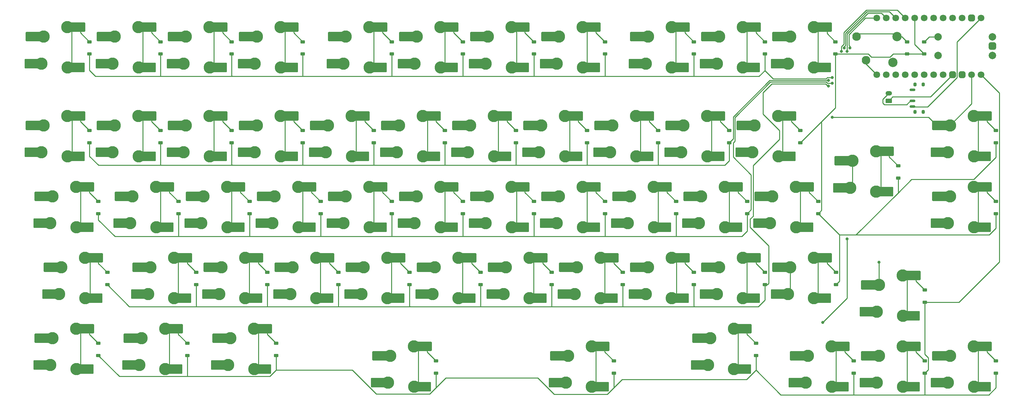
<source format=gbl>
G04 #@! TF.GenerationSoftware,KiCad,Pcbnew,7.0.8-7.0.8~ubuntu22.04.1*
G04 #@! TF.CreationDate,2023-10-08T19:27:18+02:00*
G04 #@! TF.ProjectId,nrw65-pcb,6e727736-352d-4706-9362-2e6b69636164,rev?*
G04 #@! TF.SameCoordinates,Original*
G04 #@! TF.FileFunction,Copper,L2,Bot*
G04 #@! TF.FilePolarity,Positive*
%FSLAX46Y46*%
G04 Gerber Fmt 4.6, Leading zero omitted, Abs format (unit mm)*
G04 Created by KiCad (PCBNEW 7.0.8-7.0.8~ubuntu22.04.1) date 2023-10-08 19:27:18*
%MOMM*%
%LPD*%
G01*
G04 APERTURE LIST*
G04 Aperture macros list*
%AMRoundRect*
0 Rectangle with rounded corners*
0 $1 Rounding radius*
0 $2 $3 $4 $5 $6 $7 $8 $9 X,Y pos of 4 corners*
0 Add a 4 corners polygon primitive as box body*
4,1,4,$2,$3,$4,$5,$6,$7,$8,$9,$2,$3,0*
0 Add four circle primitives for the rounded corners*
1,1,$1+$1,$2,$3*
1,1,$1+$1,$4,$5*
1,1,$1+$1,$6,$7*
1,1,$1+$1,$8,$9*
0 Add four rect primitives between the rounded corners*
20,1,$1+$1,$2,$3,$4,$5,0*
20,1,$1+$1,$4,$5,$6,$7,0*
20,1,$1+$1,$6,$7,$8,$9,0*
20,1,$1+$1,$8,$9,$2,$3,0*%
G04 Aperture macros list end*
G04 #@! TA.AperFunction,SMDPad,CuDef*
%ADD10RoundRect,0.260000X-1.040000X-1.040000X1.040000X-1.040000X1.040000X1.040000X-1.040000X1.040000X0*%
G04 #@! TD*
G04 #@! TA.AperFunction,SMDPad,CuDef*
%ADD11RoundRect,0.250000X-1.025000X-1.000000X1.025000X-1.000000X1.025000X1.000000X-1.025000X1.000000X0*%
G04 #@! TD*
G04 #@! TA.AperFunction,SMDPad,CuDef*
%ADD12R,2.060000X2.600000*%
G04 #@! TD*
G04 #@! TA.AperFunction,SMDPad,CuDef*
%ADD13R,1.650000X2.500000*%
G04 #@! TD*
G04 #@! TA.AperFunction,ComponentPad*
%ADD14C,3.300000*%
G04 #@! TD*
G04 #@! TA.AperFunction,SMDPad,CuDef*
%ADD15R,2.050000X2.600000*%
G04 #@! TD*
G04 #@! TA.AperFunction,ComponentPad*
%ADD16C,2.000000*%
G04 #@! TD*
G04 #@! TA.AperFunction,ComponentPad*
%ADD17RoundRect,0.500000X0.500000X0.500000X-0.500000X0.500000X-0.500000X-0.500000X0.500000X-0.500000X0*%
G04 #@! TD*
G04 #@! TA.AperFunction,ComponentPad*
%ADD18C,2.500000*%
G04 #@! TD*
G04 #@! TA.AperFunction,ComponentPad*
%ADD19C,2.300000*%
G04 #@! TD*
G04 #@! TA.AperFunction,SMDPad,CuDef*
%ADD20RoundRect,0.225000X0.375000X-0.225000X0.375000X0.225000X-0.375000X0.225000X-0.375000X-0.225000X0*%
G04 #@! TD*
G04 #@! TA.AperFunction,SMDPad,CuDef*
%ADD21RoundRect,0.200000X-0.200000X0.300000X-0.200000X-0.300000X0.200000X-0.300000X0.200000X0.300000X0*%
G04 #@! TD*
G04 #@! TA.AperFunction,SMDPad,CuDef*
%ADD22RoundRect,0.175000X-0.575000X0.175000X-0.575000X-0.175000X0.575000X-0.175000X0.575000X0.175000X0*%
G04 #@! TD*
G04 #@! TA.AperFunction,ComponentPad*
%ADD23O,1.750000X1.200000*%
G04 #@! TD*
G04 #@! TA.AperFunction,ComponentPad*
%ADD24RoundRect,0.250000X0.625000X-0.350000X0.625000X0.350000X-0.625000X0.350000X-0.625000X-0.350000X0*%
G04 #@! TD*
G04 #@! TA.AperFunction,ComponentPad*
%ADD25C,1.800000*%
G04 #@! TD*
G04 #@! TA.AperFunction,ComponentPad*
%ADD26RoundRect,0.450000X0.450000X-0.450000X0.450000X0.450000X-0.450000X0.450000X-0.450000X-0.450000X0*%
G04 #@! TD*
G04 #@! TA.AperFunction,ViaPad*
%ADD27C,0.800000*%
G04 #@! TD*
G04 #@! TA.AperFunction,Conductor*
%ADD28C,0.250000*%
G04 #@! TD*
G04 APERTURE END LIST*
D10*
X45900000Y-63037500D03*
D11*
X46215000Y-55797500D03*
D12*
X47255000Y-63037500D03*
D13*
X47940000Y-55797500D03*
D14*
X49175000Y-63037500D03*
X49765000Y-55797500D03*
X56115000Y-53257500D03*
X56175000Y-64087500D03*
D13*
X57915000Y-53257500D03*
D15*
X58100000Y-64087500D03*
D10*
X59450000Y-64087500D03*
D11*
X59665000Y-53257500D03*
D10*
X164962500Y-82087500D03*
D11*
X165277500Y-74847500D03*
D12*
X166317500Y-82087500D03*
D13*
X167002500Y-74847500D03*
D14*
X168237500Y-82087500D03*
X168827500Y-74847500D03*
X175177500Y-72307500D03*
X175237500Y-83137500D03*
D13*
X176977500Y-72307500D03*
D15*
X177162500Y-83137500D03*
D10*
X178512500Y-83137500D03*
D11*
X178727500Y-72307500D03*
D10*
X88762500Y-82087500D03*
D11*
X89077500Y-74847500D03*
D12*
X90117500Y-82087500D03*
D13*
X90802500Y-74847500D03*
D14*
X92037500Y-82087500D03*
X92627500Y-74847500D03*
X98977500Y-72307500D03*
X99037500Y-83137500D03*
D13*
X100777500Y-72307500D03*
D15*
X100962500Y-83137500D03*
D10*
X102312500Y-83137500D03*
D11*
X102527500Y-72307500D03*
D10*
X69712500Y-82087500D03*
D11*
X70027500Y-74847500D03*
D12*
X71067500Y-82087500D03*
D13*
X71752500Y-74847500D03*
D14*
X72987500Y-82087500D03*
X73577500Y-74847500D03*
X79927500Y-72307500D03*
X79987500Y-83137500D03*
D13*
X81727500Y-72307500D03*
D15*
X81912500Y-83137500D03*
D10*
X83262500Y-83137500D03*
D11*
X83477500Y-72307500D03*
D10*
X29231250Y-82087500D03*
D11*
X29546250Y-74847500D03*
D12*
X30586250Y-82087500D03*
D13*
X31271250Y-74847500D03*
D14*
X32506250Y-82087500D03*
X33096250Y-74847500D03*
X39446250Y-72307500D03*
X39506250Y-83137500D03*
D13*
X41246250Y-72307500D03*
D15*
X41431250Y-83137500D03*
D10*
X42781250Y-83137500D03*
D11*
X42996250Y-72307500D03*
D10*
X198300000Y-63037500D03*
D11*
X198615000Y-55797500D03*
D12*
X199655000Y-63037500D03*
D13*
X200340000Y-55797500D03*
D14*
X201575000Y-63037500D03*
X202165000Y-55797500D03*
X208515000Y-53257500D03*
X208575000Y-64087500D03*
D13*
X210315000Y-53257500D03*
D15*
X210500000Y-64087500D03*
D10*
X211850000Y-64087500D03*
D11*
X212065000Y-53257500D03*
D10*
X64950000Y-39225000D03*
D11*
X65265000Y-31985000D03*
D12*
X66305000Y-39225000D03*
D13*
X66990000Y-31985000D03*
D14*
X68225000Y-39225000D03*
X68815000Y-31985000D03*
X75165000Y-29445000D03*
X75225000Y-40275000D03*
D13*
X76965000Y-29445000D03*
D15*
X77150000Y-40275000D03*
D10*
X78500000Y-40275000D03*
D11*
X78715000Y-29445000D03*
D10*
X76856250Y-120187500D03*
D11*
X77171250Y-112947500D03*
D12*
X78211250Y-120187500D03*
D13*
X78896250Y-112947500D03*
D14*
X80131250Y-120187500D03*
X80721250Y-112947500D03*
X87071250Y-110407500D03*
X87131250Y-121237500D03*
D13*
X88871250Y-110407500D03*
D15*
X89056250Y-121237500D03*
D10*
X90406250Y-121237500D03*
D11*
X90621250Y-110407500D03*
D10*
X45900000Y-39225000D03*
D11*
X46215000Y-31985000D03*
D12*
X47255000Y-39225000D03*
D13*
X47940000Y-31985000D03*
D14*
X49175000Y-39225000D03*
X49765000Y-31985000D03*
X56115000Y-29445000D03*
X56175000Y-40275000D03*
D13*
X57915000Y-29445000D03*
D15*
X58100000Y-40275000D03*
D10*
X59450000Y-40275000D03*
D11*
X59665000Y-29445000D03*
D10*
X103050000Y-63037500D03*
D11*
X103365000Y-55797500D03*
D12*
X104405000Y-63037500D03*
D13*
X105090000Y-55797500D03*
D14*
X106325000Y-63037500D03*
X106915000Y-55797500D03*
X113265000Y-53257500D03*
X113325000Y-64087500D03*
D13*
X115065000Y-53257500D03*
D15*
X115250000Y-64087500D03*
D10*
X116600000Y-64087500D03*
D11*
X116815000Y-53257500D03*
D10*
X179250000Y-63037500D03*
D11*
X179565000Y-55797500D03*
D12*
X180605000Y-63037500D03*
D13*
X181290000Y-55797500D03*
D14*
X182525000Y-63037500D03*
X183115000Y-55797500D03*
X189465000Y-53257500D03*
X189525000Y-64087500D03*
D13*
X191265000Y-53257500D03*
D15*
X191450000Y-64087500D03*
D10*
X192800000Y-64087500D03*
D11*
X193015000Y-53257500D03*
D10*
X126862500Y-82087500D03*
D11*
X127177500Y-74847500D03*
D12*
X128217500Y-82087500D03*
D13*
X128902500Y-74847500D03*
D14*
X130137500Y-82087500D03*
X130727500Y-74847500D03*
X137077500Y-72307500D03*
X137137500Y-83137500D03*
D13*
X138877500Y-72307500D03*
D15*
X139062500Y-83137500D03*
D10*
X140412500Y-83137500D03*
D11*
X140627500Y-72307500D03*
D10*
X107812500Y-82087500D03*
D11*
X108127500Y-74847500D03*
D12*
X109167500Y-82087500D03*
D13*
X109852500Y-74847500D03*
D14*
X111087500Y-82087500D03*
X111677500Y-74847500D03*
X118027500Y-72307500D03*
X118087500Y-83137500D03*
D13*
X119827500Y-72307500D03*
D15*
X120012500Y-83137500D03*
D10*
X121362500Y-83137500D03*
D11*
X121577500Y-72307500D03*
D10*
X269737500Y-124950000D03*
D11*
X270052500Y-117710000D03*
D12*
X271092500Y-124950000D03*
D13*
X271777500Y-117710000D03*
D14*
X273012500Y-124950000D03*
X273602500Y-117710000D03*
X279952500Y-115170000D03*
X280012500Y-126000000D03*
D13*
X281752500Y-115170000D03*
D15*
X281937500Y-126000000D03*
D10*
X283287500Y-126000000D03*
D11*
X283502500Y-115170000D03*
D10*
X131625000Y-101137500D03*
D11*
X131940000Y-93897500D03*
D12*
X132980000Y-101137500D03*
D13*
X133665000Y-93897500D03*
D14*
X134900000Y-101137500D03*
X135490000Y-93897500D03*
X141840000Y-91357500D03*
X141900000Y-102187500D03*
D13*
X143640000Y-91357500D03*
D15*
X143825000Y-102187500D03*
D10*
X145175000Y-102187500D03*
D11*
X145390000Y-91357500D03*
D10*
X29231250Y-120187500D03*
D11*
X29546250Y-112947500D03*
D12*
X30586250Y-120187500D03*
D13*
X31271250Y-112947500D03*
D14*
X32506250Y-120187500D03*
X33096250Y-112947500D03*
X39446250Y-110407500D03*
X39506250Y-121237500D03*
D13*
X41246250Y-110407500D03*
D15*
X41431250Y-121237500D03*
D10*
X42781250Y-121237500D03*
D11*
X42996250Y-110407500D03*
D10*
X188775000Y-101137500D03*
D11*
X189090000Y-93897500D03*
D12*
X190130000Y-101137500D03*
D13*
X190815000Y-93897500D03*
D14*
X192050000Y-101137500D03*
X192640000Y-93897500D03*
X198990000Y-91357500D03*
X199050000Y-102187500D03*
D13*
X200790000Y-91357500D03*
D15*
X200975000Y-102187500D03*
D10*
X202325000Y-102187500D03*
D11*
X202540000Y-91357500D03*
D10*
X167343750Y-124950000D03*
D11*
X167658750Y-117710000D03*
D12*
X168698750Y-124950000D03*
D13*
X169383750Y-117710000D03*
D14*
X170618750Y-124950000D03*
X171208750Y-117710000D03*
X177558750Y-115170000D03*
X177618750Y-126000000D03*
D13*
X179358750Y-115170000D03*
D15*
X179543750Y-126000000D03*
D10*
X180893750Y-126000000D03*
D11*
X181108750Y-115170000D03*
D10*
X269737500Y-63037500D03*
D11*
X270052500Y-55797500D03*
D12*
X271092500Y-63037500D03*
D13*
X271777500Y-55797500D03*
D14*
X273012500Y-63037500D03*
X273602500Y-55797500D03*
X279952500Y-53257500D03*
X280012500Y-64087500D03*
D13*
X281752500Y-53257500D03*
D15*
X281937500Y-64087500D03*
D10*
X283287500Y-64087500D03*
D11*
X283502500Y-53257500D03*
D10*
X74475000Y-101137500D03*
D11*
X74790000Y-93897500D03*
D12*
X75830000Y-101137500D03*
D13*
X76515000Y-93897500D03*
D14*
X77750000Y-101137500D03*
X78340000Y-93897500D03*
X84690000Y-91357500D03*
X84750000Y-102187500D03*
D13*
X86490000Y-91357500D03*
D15*
X86675000Y-102187500D03*
D10*
X88025000Y-102187500D03*
D11*
X88240000Y-91357500D03*
D10*
X84000000Y-39225000D03*
D11*
X84315000Y-31985000D03*
D12*
X85355000Y-39225000D03*
D13*
X86040000Y-31985000D03*
D14*
X87275000Y-39225000D03*
X87865000Y-31985000D03*
X94215000Y-29445000D03*
X94275000Y-40275000D03*
D13*
X96015000Y-29445000D03*
D15*
X96200000Y-40275000D03*
D10*
X97550000Y-40275000D03*
D11*
X97765000Y-29445000D03*
D10*
X141150000Y-63037500D03*
D11*
X141465000Y-55797500D03*
D12*
X142505000Y-63037500D03*
D13*
X143190000Y-55797500D03*
D14*
X144425000Y-63037500D03*
X145015000Y-55797500D03*
X151365000Y-53257500D03*
X151425000Y-64087500D03*
D13*
X153165000Y-53257500D03*
D15*
X153350000Y-64087500D03*
D10*
X154700000Y-64087500D03*
D11*
X154915000Y-53257500D03*
D10*
X64950000Y-63037500D03*
D11*
X65265000Y-55797500D03*
D12*
X66305000Y-63037500D03*
D13*
X66990000Y-55797500D03*
D14*
X68225000Y-63037500D03*
X68815000Y-55797500D03*
X75165000Y-53257500D03*
X75225000Y-64087500D03*
D13*
X76965000Y-53257500D03*
D15*
X77150000Y-64087500D03*
D10*
X78500000Y-64087500D03*
D11*
X78715000Y-53257500D03*
D10*
X55425000Y-101137500D03*
D11*
X55740000Y-93897500D03*
D12*
X56780000Y-101137500D03*
D13*
X57465000Y-93897500D03*
D14*
X58700000Y-101137500D03*
X59290000Y-93897500D03*
X65640000Y-91357500D03*
X65700000Y-102187500D03*
D13*
X67440000Y-91357500D03*
D15*
X67625000Y-102187500D03*
D10*
X68975000Y-102187500D03*
D11*
X69190000Y-91357500D03*
D10*
X217350000Y-63037500D03*
D11*
X217665000Y-55797500D03*
D12*
X218705000Y-63037500D03*
D13*
X219390000Y-55797500D03*
D14*
X220625000Y-63037500D03*
X221215000Y-55797500D03*
X227565000Y-53257500D03*
X227625000Y-64087500D03*
D13*
X229365000Y-53257500D03*
D15*
X229550000Y-64087500D03*
D10*
X230900000Y-64087500D03*
D11*
X231115000Y-53257500D03*
D10*
X122100000Y-63037500D03*
D11*
X122415000Y-55797500D03*
D12*
X123455000Y-63037500D03*
D13*
X124140000Y-55797500D03*
D14*
X125375000Y-63037500D03*
X125965000Y-55797500D03*
X132315000Y-53257500D03*
X132375000Y-64087500D03*
D13*
X134115000Y-53257500D03*
D15*
X134300000Y-64087500D03*
D10*
X135650000Y-64087500D03*
D11*
X135865000Y-53257500D03*
D10*
X160200000Y-63037500D03*
D11*
X160515000Y-55797500D03*
D12*
X161555000Y-63037500D03*
D13*
X162240000Y-55797500D03*
D14*
X163475000Y-63037500D03*
X164065000Y-55797500D03*
X170415000Y-53257500D03*
X170475000Y-64087500D03*
D13*
X172215000Y-53257500D03*
D15*
X172400000Y-64087500D03*
D10*
X173750000Y-64087500D03*
D11*
X173965000Y-53257500D03*
D10*
X53043750Y-120187500D03*
D11*
X53358750Y-112947500D03*
D12*
X54398750Y-120187500D03*
D13*
X55083750Y-112947500D03*
D14*
X56318750Y-120187500D03*
X56908750Y-112947500D03*
X63258750Y-110407500D03*
X63318750Y-121237500D03*
D13*
X65058750Y-110407500D03*
D15*
X65243750Y-121237500D03*
D10*
X66593750Y-121237500D03*
D11*
X66808750Y-110407500D03*
D10*
X84000000Y-63037500D03*
D11*
X84315000Y-55797500D03*
D12*
X85355000Y-63037500D03*
D13*
X86040000Y-55797500D03*
D14*
X87275000Y-63037500D03*
X87865000Y-55797500D03*
X94215000Y-53257500D03*
X94275000Y-64087500D03*
D13*
X96015000Y-53257500D03*
D15*
X96200000Y-64087500D03*
D10*
X97550000Y-64087500D03*
D11*
X97765000Y-53257500D03*
D10*
X184012500Y-82087500D03*
D11*
X184327500Y-74847500D03*
D12*
X185367500Y-82087500D03*
D13*
X186052500Y-74847500D03*
D14*
X187287500Y-82087500D03*
X187877500Y-74847500D03*
X194227500Y-72307500D03*
X194287500Y-83137500D03*
D13*
X196027500Y-72307500D03*
D15*
X196212500Y-83137500D03*
D10*
X197562500Y-83137500D03*
D11*
X197777500Y-72307500D03*
D10*
X126862500Y-39225000D03*
D11*
X127177500Y-31985000D03*
D12*
X128217500Y-39225000D03*
D13*
X128902500Y-31985000D03*
D14*
X130137500Y-39225000D03*
X130727500Y-31985000D03*
X137077500Y-29445000D03*
X137137500Y-40275000D03*
D13*
X138877500Y-29445000D03*
D15*
X139062500Y-40275000D03*
D10*
X140412500Y-40275000D03*
D11*
X140627500Y-29445000D03*
D10*
X145912500Y-82087500D03*
D11*
X146227500Y-74847500D03*
D12*
X147267500Y-82087500D03*
D13*
X147952500Y-74847500D03*
D14*
X149187500Y-82087500D03*
X149777500Y-74847500D03*
X156127500Y-72307500D03*
X156187500Y-83137500D03*
D13*
X157927500Y-72307500D03*
D15*
X158112500Y-83137500D03*
D10*
X159462500Y-83137500D03*
D11*
X159677500Y-72307500D03*
D10*
X203062500Y-82087500D03*
D11*
X203377500Y-74847500D03*
D12*
X204417500Y-82087500D03*
D13*
X205102500Y-74847500D03*
D14*
X206337500Y-82087500D03*
X206927500Y-74847500D03*
X213277500Y-72307500D03*
X213337500Y-83137500D03*
D13*
X215077500Y-72307500D03*
D15*
X215262500Y-83137500D03*
D10*
X216612500Y-83137500D03*
D11*
X216827500Y-72307500D03*
D10*
X145912500Y-39225000D03*
D11*
X146227500Y-31985000D03*
D12*
X147267500Y-39225000D03*
D13*
X147952500Y-31985000D03*
D14*
X149187500Y-39225000D03*
X149777500Y-31985000D03*
X156127500Y-29445000D03*
X156187500Y-40275000D03*
D13*
X157927500Y-29445000D03*
D15*
X158112500Y-40275000D03*
D10*
X159462500Y-40275000D03*
D11*
X159677500Y-29445000D03*
D10*
X112575000Y-101137500D03*
D11*
X112890000Y-93897500D03*
D12*
X113930000Y-101137500D03*
D13*
X114615000Y-93897500D03*
D14*
X115850000Y-101137500D03*
X116440000Y-93897500D03*
X122790000Y-91357500D03*
X122850000Y-102187500D03*
D13*
X124590000Y-91357500D03*
D15*
X124775000Y-102187500D03*
D10*
X126125000Y-102187500D03*
D11*
X126340000Y-91357500D03*
D10*
X93525000Y-101137500D03*
D11*
X93840000Y-93897500D03*
D12*
X94880000Y-101137500D03*
D13*
X95565000Y-93897500D03*
D14*
X96800000Y-101137500D03*
X97390000Y-93897500D03*
X103740000Y-91357500D03*
X103800000Y-102187500D03*
D13*
X105540000Y-91357500D03*
D15*
X105725000Y-102187500D03*
D10*
X107075000Y-102187500D03*
D11*
X107290000Y-91357500D03*
D10*
X207825000Y-101137500D03*
D11*
X208140000Y-93897500D03*
D12*
X209180000Y-101137500D03*
D13*
X209865000Y-93897500D03*
D14*
X211100000Y-101137500D03*
X211690000Y-93897500D03*
X218040000Y-91357500D03*
X218100000Y-102187500D03*
D13*
X219840000Y-91357500D03*
D15*
X220025000Y-102187500D03*
D10*
X221375000Y-102187500D03*
D11*
X221590000Y-91357500D03*
D10*
X107812500Y-39225000D03*
D11*
X108127500Y-31985000D03*
D12*
X109167500Y-39225000D03*
D13*
X109852500Y-31985000D03*
D14*
X111087500Y-39225000D03*
X111677500Y-31985000D03*
X118027500Y-29445000D03*
X118087500Y-40275000D03*
D13*
X119827500Y-29445000D03*
D15*
X120012500Y-40275000D03*
D10*
X121362500Y-40275000D03*
D11*
X121577500Y-29445000D03*
D10*
X205443750Y-120187500D03*
D11*
X205758750Y-112947500D03*
D12*
X206798750Y-120187500D03*
D13*
X207483750Y-112947500D03*
D14*
X208718750Y-120187500D03*
X209308750Y-112947500D03*
X215658750Y-110407500D03*
X215718750Y-121237500D03*
D13*
X217458750Y-110407500D03*
D15*
X217643750Y-121237500D03*
D10*
X218993750Y-121237500D03*
D11*
X219208750Y-110407500D03*
D10*
X269737500Y-82087500D03*
D11*
X270052500Y-74847500D03*
D12*
X271092500Y-82087500D03*
D13*
X271777500Y-74847500D03*
D14*
X273012500Y-82087500D03*
X273602500Y-74847500D03*
X279952500Y-72307500D03*
X280012500Y-83137500D03*
D13*
X281752500Y-72307500D03*
D15*
X281937500Y-83137500D03*
D10*
X283287500Y-83137500D03*
D11*
X283502500Y-72307500D03*
D10*
X226875000Y-101137500D03*
D11*
X227190000Y-93897500D03*
D12*
X228230000Y-101137500D03*
D13*
X228915000Y-93897500D03*
D14*
X230150000Y-101137500D03*
X230740000Y-93897500D03*
X237090000Y-91357500D03*
X237150000Y-102187500D03*
D13*
X238890000Y-91357500D03*
D15*
X239075000Y-102187500D03*
D10*
X240425000Y-102187500D03*
D11*
X240640000Y-91357500D03*
D10*
X26850000Y-63037500D03*
D11*
X27165000Y-55797500D03*
D12*
X28205000Y-63037500D03*
D13*
X28890000Y-55797500D03*
D14*
X30125000Y-63037500D03*
X30715000Y-55797500D03*
X37065000Y-53257500D03*
X37125000Y-64087500D03*
D13*
X38865000Y-53257500D03*
D15*
X39050000Y-64087500D03*
D10*
X40400000Y-64087500D03*
D11*
X40615000Y-53257500D03*
D10*
X250687500Y-124950000D03*
D11*
X251002500Y-117710000D03*
D12*
X252042500Y-124950000D03*
D13*
X252727500Y-117710000D03*
D14*
X253962500Y-124950000D03*
X254552500Y-117710000D03*
X260902500Y-115170000D03*
X260962500Y-126000000D03*
D13*
X262702500Y-115170000D03*
D15*
X262887500Y-126000000D03*
D10*
X264237500Y-126000000D03*
D11*
X264452500Y-115170000D03*
D10*
X119718750Y-124950000D03*
D11*
X120033750Y-117710000D03*
D12*
X121073750Y-124950000D03*
D13*
X121758750Y-117710000D03*
D14*
X122993750Y-124950000D03*
X123583750Y-117710000D03*
X129933750Y-115170000D03*
X129993750Y-126000000D03*
D13*
X131733750Y-115170000D03*
D15*
X131918750Y-126000000D03*
D10*
X133268750Y-126000000D03*
D11*
X133483750Y-115170000D03*
D16*
X284912500Y-37025000D03*
X284912500Y-32025000D03*
D17*
X284912500Y-34525000D03*
D16*
X270412500Y-32025000D03*
X270412500Y-37025000D03*
D10*
X26850000Y-39225000D03*
D11*
X27165000Y-31985000D03*
D12*
X28205000Y-39225000D03*
D13*
X28890000Y-31985000D03*
D14*
X30125000Y-39225000D03*
X30715000Y-31985000D03*
X37065000Y-29445000D03*
X37125000Y-40275000D03*
D13*
X38865000Y-29445000D03*
D15*
X39050000Y-40275000D03*
D10*
X40400000Y-40275000D03*
D11*
X40615000Y-29445000D03*
D10*
X150675000Y-101137500D03*
D11*
X150990000Y-93897500D03*
D12*
X152030000Y-101137500D03*
D13*
X152715000Y-93897500D03*
D14*
X153950000Y-101137500D03*
X154540000Y-93897500D03*
X160890000Y-91357500D03*
X160950000Y-102187500D03*
D13*
X162690000Y-91357500D03*
D15*
X162875000Y-102187500D03*
D10*
X164225000Y-102187500D03*
D11*
X164440000Y-91357500D03*
D10*
X164962500Y-39225000D03*
D11*
X165277500Y-31985000D03*
D12*
X166317500Y-39225000D03*
D13*
X167002500Y-31985000D03*
D14*
X168237500Y-39225000D03*
X168827500Y-31985000D03*
X175177500Y-29445000D03*
X175237500Y-40275000D03*
D13*
X176977500Y-29445000D03*
D15*
X177162500Y-40275000D03*
D10*
X178512500Y-40275000D03*
D11*
X178727500Y-29445000D03*
D10*
X243543750Y-72562500D03*
D11*
X243858750Y-65322500D03*
D12*
X244898750Y-72562500D03*
D13*
X245583750Y-65322500D03*
D14*
X246818750Y-72562500D03*
X247408750Y-65322500D03*
X253758750Y-62782500D03*
X253818750Y-73612500D03*
D13*
X255558750Y-62782500D03*
D15*
X255743750Y-73612500D03*
D10*
X257093750Y-73612500D03*
D11*
X257308750Y-62782500D03*
D10*
X188775000Y-39225000D03*
D11*
X189090000Y-31985000D03*
D12*
X190130000Y-39225000D03*
D13*
X190815000Y-31985000D03*
D14*
X192050000Y-39225000D03*
X192640000Y-31985000D03*
X198990000Y-29445000D03*
X199050000Y-40275000D03*
D13*
X200790000Y-29445000D03*
D15*
X200975000Y-40275000D03*
D10*
X202325000Y-40275000D03*
D11*
X202540000Y-29445000D03*
D10*
X226875000Y-39225000D03*
D11*
X227190000Y-31985000D03*
D12*
X228230000Y-39225000D03*
D13*
X228915000Y-31985000D03*
D14*
X230150000Y-39225000D03*
X230740000Y-31985000D03*
X237090000Y-29445000D03*
X237150000Y-40275000D03*
D13*
X238890000Y-29445000D03*
D15*
X239075000Y-40275000D03*
D10*
X240425000Y-40275000D03*
D11*
X240640000Y-29445000D03*
D18*
X258300000Y-38925000D03*
D19*
X251060000Y-38335000D03*
X248520000Y-31985000D03*
D18*
X259350000Y-31925000D03*
D10*
X31612500Y-101137500D03*
D11*
X31927500Y-93897500D03*
D12*
X32967500Y-101137500D03*
D13*
X33652500Y-93897500D03*
D14*
X34887500Y-101137500D03*
X35477500Y-93897500D03*
X41827500Y-91357500D03*
X41887500Y-102187500D03*
D13*
X43627500Y-91357500D03*
D15*
X43812500Y-102187500D03*
D10*
X45162500Y-102187500D03*
D11*
X45377500Y-91357500D03*
D10*
X169725000Y-101137500D03*
D11*
X170040000Y-93897500D03*
D12*
X171080000Y-101137500D03*
D13*
X171765000Y-93897500D03*
D14*
X173000000Y-101137500D03*
X173590000Y-93897500D03*
X179940000Y-91357500D03*
X180000000Y-102187500D03*
D13*
X181740000Y-91357500D03*
D15*
X181925000Y-102187500D03*
D10*
X183275000Y-102187500D03*
D11*
X183490000Y-91357500D03*
D10*
X231637500Y-124950000D03*
D11*
X231952500Y-117710000D03*
D12*
X232992500Y-124950000D03*
D13*
X233677500Y-117710000D03*
D14*
X234912500Y-124950000D03*
X235502500Y-117710000D03*
X241852500Y-115170000D03*
X241912500Y-126000000D03*
D13*
X243652500Y-115170000D03*
D15*
X243837500Y-126000000D03*
D10*
X245187500Y-126000000D03*
D11*
X245402500Y-115170000D03*
D10*
X207825000Y-39225000D03*
D11*
X208140000Y-31985000D03*
D12*
X209180000Y-39225000D03*
D13*
X209865000Y-31985000D03*
D14*
X211100000Y-39225000D03*
X211690000Y-31985000D03*
X218040000Y-29445000D03*
X218100000Y-40275000D03*
D13*
X219840000Y-29445000D03*
D15*
X220025000Y-40275000D03*
D10*
X221375000Y-40275000D03*
D11*
X221590000Y-29445000D03*
D10*
X250687500Y-105900000D03*
D11*
X251002500Y-98660000D03*
D12*
X252042500Y-105900000D03*
D13*
X252727500Y-98660000D03*
D14*
X253962500Y-105900000D03*
X254552500Y-98660000D03*
X260902500Y-96120000D03*
X260962500Y-106950000D03*
D13*
X262702500Y-96120000D03*
D15*
X262887500Y-106950000D03*
D10*
X264237500Y-106950000D03*
D11*
X264452500Y-96120000D03*
D10*
X50662500Y-82087500D03*
D11*
X50977500Y-74847500D03*
D12*
X52017500Y-82087500D03*
D13*
X52702500Y-74847500D03*
D14*
X53937500Y-82087500D03*
X54527500Y-74847500D03*
X60877500Y-72307500D03*
X60937500Y-83137500D03*
D13*
X62677500Y-72307500D03*
D15*
X62862500Y-83137500D03*
D10*
X64212500Y-83137500D03*
D11*
X64427500Y-72307500D03*
D10*
X222112500Y-82087500D03*
D11*
X222427500Y-74847500D03*
D12*
X223467500Y-82087500D03*
D13*
X224152500Y-74847500D03*
D14*
X225387500Y-82087500D03*
X225977500Y-74847500D03*
X232327500Y-72307500D03*
X232387500Y-83137500D03*
D13*
X234127500Y-72307500D03*
D15*
X234312500Y-83137500D03*
D10*
X235662500Y-83137500D03*
D11*
X235877500Y-72307500D03*
D20*
X285887500Y-79512500D03*
X285887500Y-76212500D03*
X181112500Y-36650000D03*
X181112500Y-33350000D03*
X219212500Y-79512500D03*
X219212500Y-76212500D03*
X285887500Y-60462500D03*
X285887500Y-57162500D03*
X66812500Y-79512500D03*
X66812500Y-76212500D03*
X162062500Y-79512500D03*
X162062500Y-76212500D03*
X93006250Y-117612500D03*
X93006250Y-114312500D03*
X45381250Y-79512500D03*
X45381250Y-76212500D03*
X45381250Y-117612500D03*
X45381250Y-114312500D03*
X123962500Y-79512500D03*
X123962500Y-76212500D03*
X204925000Y-98562500D03*
X204925000Y-95262500D03*
X104912500Y-79512500D03*
X104912500Y-76212500D03*
X214450000Y-60462500D03*
X214450000Y-57162500D03*
X162062500Y-36650000D03*
X162062500Y-33350000D03*
X204925000Y-36650000D03*
X204925000Y-33350000D03*
X128725000Y-98562500D03*
X128725000Y-95262500D03*
X266837500Y-103325000D03*
X266837500Y-100025000D03*
X242890000Y-36650000D03*
X242890000Y-33350000D03*
X223975000Y-36650000D03*
X223975000Y-33350000D03*
X176350000Y-60462500D03*
X176350000Y-57162500D03*
X262075000Y-36650000D03*
X262075000Y-33350000D03*
X247787500Y-122375000D03*
X247787500Y-119075000D03*
X109675000Y-98562500D03*
X109675000Y-95262500D03*
X81100000Y-36650000D03*
X81100000Y-33350000D03*
X71575000Y-98562500D03*
X71575000Y-95262500D03*
D21*
X264210000Y-52150000D03*
X266420000Y-52150000D03*
D22*
X263560000Y-46250000D03*
D21*
X264210000Y-44850000D03*
X266420000Y-44850000D03*
D22*
X263560000Y-49250000D03*
X263560000Y-50750000D03*
D20*
X266837500Y-122375000D03*
X266837500Y-119075000D03*
X166825000Y-98562500D03*
X166825000Y-95262500D03*
X233500000Y-60462500D03*
X233500000Y-57162500D03*
X143012500Y-79512500D03*
X143012500Y-76212500D03*
X195400000Y-60462500D03*
X195400000Y-57162500D03*
X85862500Y-79512500D03*
X85862500Y-76212500D03*
X238262500Y-79512500D03*
X238262500Y-76212500D03*
X285887500Y-122375000D03*
X285887500Y-119075000D03*
X259693750Y-69987500D03*
X259693750Y-66687500D03*
D23*
X257170000Y-47210000D03*
D24*
X257170000Y-49210000D03*
D20*
X100150000Y-36650000D03*
X100150000Y-33350000D03*
X62050000Y-60462500D03*
X62050000Y-57162500D03*
X243025000Y-98562500D03*
X243025000Y-95262500D03*
X147775000Y-98562500D03*
X147775000Y-95262500D03*
X185875000Y-98562500D03*
X185875000Y-95262500D03*
X138250000Y-60462500D03*
X138250000Y-57162500D03*
X123962500Y-36650000D03*
X123962500Y-33350000D03*
X135868750Y-122375000D03*
X135868750Y-119075000D03*
X43000000Y-36650000D03*
X43000000Y-33350000D03*
X181112500Y-79512500D03*
X181112500Y-76212500D03*
X100150000Y-60462500D03*
X100150000Y-57162500D03*
X119200000Y-60462500D03*
X119200000Y-57162500D03*
X266700000Y-36650000D03*
X266700000Y-33350000D03*
X90625000Y-98562500D03*
X90625000Y-95262500D03*
X81100000Y-60462500D03*
X81100000Y-57162500D03*
X43000000Y-60462500D03*
X43000000Y-57162500D03*
X47762500Y-98562500D03*
X47762500Y-95262500D03*
X223975000Y-98562500D03*
X223975000Y-95262500D03*
X157300000Y-60462500D03*
X157300000Y-57162500D03*
D25*
X281900000Y-42210000D03*
X279360000Y-42210000D03*
D26*
X276820000Y-42210000D03*
X274280000Y-42210000D03*
D25*
X271740000Y-42210000D03*
X269200000Y-42210000D03*
X266660000Y-42210000D03*
X264120000Y-42210000D03*
X261580000Y-42210000D03*
X259040000Y-42210000D03*
X256500000Y-42210000D03*
X253960000Y-42210000D03*
X281900000Y-26970000D03*
D26*
X279360000Y-26970000D03*
D25*
X276820000Y-26970000D03*
X274280000Y-26970000D03*
X271740000Y-26970000D03*
X269200000Y-26970000D03*
X266660000Y-26970000D03*
X264120000Y-26970000D03*
X261580000Y-26970000D03*
X259040000Y-26970000D03*
X256500000Y-26970000D03*
X253960000Y-26970000D03*
D20*
X200162500Y-79512500D03*
X200162500Y-76212500D03*
X221593750Y-117612500D03*
X221593750Y-114312500D03*
X62050000Y-36650000D03*
X62050000Y-33350000D03*
X69193750Y-117612500D03*
X69193750Y-114312500D03*
X183493750Y-122375000D03*
X183493750Y-119075000D03*
X143012500Y-36650000D03*
X143012500Y-33350000D03*
D27*
X242000000Y-43000000D03*
X244500000Y-35925500D03*
X245261184Y-35040000D03*
X241000000Y-43724500D03*
X246021773Y-35925500D03*
X242000000Y-44500000D03*
X241000000Y-45224500D03*
X246768493Y-35040000D03*
X242000000Y-53600000D03*
X239480000Y-108730000D03*
X245990000Y-86330000D03*
X254540000Y-92570000D03*
D28*
X183493750Y-126307316D02*
X185741066Y-124060000D01*
X185741066Y-124060000D02*
X219078566Y-124060000D01*
X219078566Y-124060000D02*
X221593750Y-121544816D01*
X135868750Y-126307316D02*
X138506066Y-123670000D01*
X138506066Y-123670000D02*
X163156434Y-123670000D01*
X163156434Y-123670000D02*
X167506434Y-128020000D01*
X167506434Y-128020000D02*
X181781066Y-128020000D01*
X181781066Y-128020000D02*
X183493750Y-126307316D01*
X259430000Y-24820000D02*
X261580000Y-26970000D01*
X100150000Y-36650000D02*
X100150000Y-42640000D01*
X226174500Y-43274500D02*
X240424695Y-43274500D01*
X81260000Y-42640000D02*
X100150000Y-42640000D01*
X204925000Y-36650000D02*
X204925000Y-42565000D01*
X143012500Y-36650000D02*
X143012500Y-42507500D01*
X43000000Y-41040000D02*
X44600000Y-42640000D01*
X142880000Y-42640000D02*
X161930000Y-42640000D01*
X245121773Y-34018227D02*
X245121773Y-30878227D01*
X162062500Y-36650000D02*
X162062500Y-42507500D01*
X181112500Y-36650000D02*
X181112500Y-42507500D01*
X241999500Y-42999500D02*
X242000000Y-43000000D01*
X240424695Y-43274500D02*
X240699695Y-42999500D01*
X123962500Y-42507500D02*
X123830000Y-42640000D01*
X181112500Y-42507500D02*
X180980000Y-42640000D01*
X81100000Y-36650000D02*
X81100000Y-42480000D01*
X245121773Y-30878227D02*
X251180000Y-24820000D01*
X251180000Y-24820000D02*
X259430000Y-24820000D01*
X240699695Y-42999500D02*
X241999500Y-42999500D01*
X123830000Y-42640000D02*
X142880000Y-42640000D01*
X223975000Y-41075000D02*
X223975000Y-36650000D01*
X222410000Y-42640000D02*
X223975000Y-41075000D01*
X62050000Y-42590000D02*
X62000000Y-42640000D01*
X244500000Y-35925500D02*
X244500000Y-34640000D01*
X143012500Y-42507500D02*
X142880000Y-42640000D01*
X62000000Y-42640000D02*
X81260000Y-42640000D01*
X81100000Y-42480000D02*
X81260000Y-42640000D01*
X44600000Y-42640000D02*
X62000000Y-42640000D01*
X223975000Y-41075000D02*
X226174500Y-43274500D01*
X43000000Y-36650000D02*
X43000000Y-41040000D01*
X100150000Y-42640000D02*
X123830000Y-42640000D01*
X62050000Y-36650000D02*
X62050000Y-42590000D01*
X123962500Y-36650000D02*
X123962500Y-42507500D01*
X204925000Y-42565000D02*
X205000000Y-42640000D01*
X244500000Y-34640000D02*
X245121773Y-34018227D01*
X161930000Y-42640000D02*
X180980000Y-42640000D01*
X162062500Y-42507500D02*
X161930000Y-42640000D01*
X205000000Y-42640000D02*
X222410000Y-42640000D01*
X180980000Y-42640000D02*
X205000000Y-42640000D01*
X38231726Y-39168274D02*
X37125000Y-40275000D01*
X38231726Y-30611726D02*
X38231726Y-39168274D01*
X40615000Y-29445000D02*
X40615000Y-30965000D01*
X40615000Y-30965000D02*
X43000000Y-33350000D01*
X37065000Y-29445000D02*
X38231726Y-30611726D01*
X59665000Y-30965000D02*
X62050000Y-33350000D01*
X57281726Y-30611726D02*
X57281726Y-39168274D01*
X57281726Y-39168274D02*
X56175000Y-40275000D01*
X59665000Y-29445000D02*
X59665000Y-30965000D01*
X56115000Y-29445000D02*
X57281726Y-30611726D01*
X78715000Y-30965000D02*
X81100000Y-33350000D01*
X76331726Y-39168274D02*
X75225000Y-40275000D01*
X76331726Y-30611726D02*
X76331726Y-39168274D01*
X78715000Y-29445000D02*
X78715000Y-30965000D01*
X75165000Y-29445000D02*
X76331726Y-30611726D01*
X97765000Y-29445000D02*
X97765000Y-30965000D01*
X95381726Y-30611726D02*
X95381726Y-39168274D01*
X95381726Y-39168274D02*
X94275000Y-40275000D01*
X97765000Y-30965000D02*
X100150000Y-33350000D01*
X94215000Y-29445000D02*
X95381726Y-30611726D01*
X121577500Y-30965000D02*
X123962500Y-33350000D01*
X118027500Y-29445000D02*
X119194226Y-30611726D01*
X119194226Y-30611726D02*
X119194226Y-39168274D01*
X119194226Y-39168274D02*
X118087500Y-40275000D01*
X121577500Y-29445000D02*
X121577500Y-30965000D01*
X137077500Y-29445000D02*
X138244226Y-30611726D01*
X138244226Y-39168274D02*
X137137500Y-40275000D01*
X138244226Y-30611726D02*
X138244226Y-39168274D01*
X140627500Y-29445000D02*
X140627500Y-30965000D01*
X140627500Y-30965000D02*
X143012500Y-33350000D01*
X157417500Y-30735000D02*
X157417500Y-39045000D01*
X159677500Y-30965000D02*
X162062500Y-33350000D01*
X156127500Y-29445000D02*
X157417500Y-30735000D01*
X157417500Y-39045000D02*
X156187500Y-40275000D01*
X159677500Y-29445000D02*
X159677500Y-30965000D01*
X175177500Y-29445000D02*
X176344226Y-30611726D01*
X178727500Y-29445000D02*
X178727500Y-30965000D01*
X176344226Y-30611726D02*
X176344226Y-39168274D01*
X176344226Y-39168274D02*
X175237500Y-40275000D01*
X178727500Y-30965000D02*
X181112500Y-33350000D01*
X200156726Y-39168274D02*
X199050000Y-40275000D01*
X198990000Y-29445000D02*
X200156726Y-30611726D01*
X202540000Y-29445000D02*
X202540000Y-30965000D01*
X200156726Y-30611726D02*
X200156726Y-39168274D01*
X202540000Y-30965000D02*
X204925000Y-33350000D01*
X219206726Y-39168274D02*
X218100000Y-40275000D01*
X219206726Y-30611726D02*
X219206726Y-39168274D01*
X218040000Y-29445000D02*
X219206726Y-30611726D01*
X221590000Y-30965000D02*
X223975000Y-33350000D01*
X221590000Y-29445000D02*
X221590000Y-30965000D01*
X240640000Y-29445000D02*
X240640000Y-31100000D01*
X240640000Y-31100000D02*
X242890000Y-33350000D01*
X238256726Y-30611726D02*
X238256726Y-39168274D01*
X238256726Y-39168274D02*
X237150000Y-40275000D01*
X237090000Y-29445000D02*
X238256726Y-30611726D01*
X248520000Y-31985000D02*
X249330569Y-31174431D01*
X258599431Y-31174431D02*
X259350000Y-31925000D01*
X249330569Y-31174431D02*
X258599431Y-31174431D01*
X260650000Y-31925000D02*
X262075000Y-33350000D01*
X259350000Y-31925000D02*
X260650000Y-31925000D01*
X270412500Y-32025000D02*
X268025000Y-32025000D01*
X268025000Y-32025000D02*
X266700000Y-33350000D01*
X138380000Y-66520000D02*
X157350000Y-66520000D01*
X43000000Y-64110000D02*
X45410000Y-66520000D01*
X215500000Y-53500000D02*
X225275500Y-43724500D01*
X119200000Y-66390000D02*
X119330000Y-66520000D01*
X176410000Y-66520000D02*
X195470000Y-66520000D01*
X245261184Y-34658816D02*
X245571773Y-34348227D01*
X245571773Y-31064623D02*
X251366396Y-25270000D01*
X138250000Y-60462500D02*
X138250000Y-66390000D01*
X119200000Y-60462500D02*
X119200000Y-66390000D01*
X251366396Y-25270000D02*
X257340000Y-25270000D01*
X43000000Y-60462500D02*
X43000000Y-64110000D01*
X81280000Y-66520000D02*
X100220000Y-66520000D01*
X62090000Y-66520000D02*
X81280000Y-66520000D01*
X138250000Y-66390000D02*
X138380000Y-66520000D01*
X257340000Y-25270000D02*
X259040000Y-26970000D01*
X157300000Y-66470000D02*
X157350000Y-66520000D01*
X62050000Y-66480000D02*
X62090000Y-66520000D01*
X157350000Y-66520000D02*
X176410000Y-66520000D01*
X215500000Y-59412500D02*
X215500000Y-53500000D01*
X176350000Y-60462500D02*
X176350000Y-66460000D01*
X225275500Y-43724500D02*
X241000000Y-43724500D01*
X100150000Y-60462500D02*
X100150000Y-66450000D01*
X214450000Y-60462500D02*
X215500000Y-59412500D01*
X245571773Y-34348227D02*
X245571773Y-31064623D01*
X157300000Y-60462500D02*
X157300000Y-66470000D01*
X176350000Y-66460000D02*
X176410000Y-66520000D01*
X214450000Y-65340000D02*
X214450000Y-60462500D01*
X81100000Y-66340000D02*
X81280000Y-66520000D01*
X195470000Y-66520000D02*
X213270000Y-66520000D01*
X245261184Y-35040000D02*
X245261184Y-34658816D01*
X100150000Y-66450000D02*
X100220000Y-66520000D01*
X45410000Y-66520000D02*
X62090000Y-66520000D01*
X81100000Y-60462500D02*
X81100000Y-66340000D01*
X62050000Y-60462500D02*
X62050000Y-66480000D01*
X213270000Y-66520000D02*
X214450000Y-65340000D01*
X119330000Y-66520000D02*
X138380000Y-66520000D01*
X195400000Y-60462500D02*
X195400000Y-66450000D01*
X195400000Y-66450000D02*
X195470000Y-66520000D01*
X100220000Y-66520000D02*
X119330000Y-66520000D01*
X40615000Y-54777500D02*
X43000000Y-57162500D01*
X40615000Y-53257500D02*
X40615000Y-54777500D01*
X38355000Y-62857500D02*
X37125000Y-64087500D01*
X37065000Y-53257500D02*
X38355000Y-54547500D01*
X38355000Y-54547500D02*
X38355000Y-62857500D01*
X59665000Y-54777500D02*
X62050000Y-57162500D01*
X56115000Y-53257500D02*
X57281726Y-54424226D01*
X57281726Y-62980774D02*
X56175000Y-64087500D01*
X59665000Y-53257500D02*
X59665000Y-54777500D01*
X57281726Y-54424226D02*
X57281726Y-62980774D01*
X78715000Y-53257500D02*
X78715000Y-54777500D01*
X76331726Y-54424226D02*
X76331726Y-62980774D01*
X76331726Y-62980774D02*
X75225000Y-64087500D01*
X75165000Y-53257500D02*
X76331726Y-54424226D01*
X78715000Y-54777500D02*
X81100000Y-57162500D01*
X95381726Y-54424226D02*
X95381726Y-62980774D01*
X94215000Y-53257500D02*
X95381726Y-54424226D01*
X97765000Y-54777500D02*
X100150000Y-57162500D01*
X95381726Y-62980774D02*
X94275000Y-64087500D01*
X97765000Y-53257500D02*
X97765000Y-54777500D01*
X116815000Y-54777500D02*
X119200000Y-57162500D01*
X114431726Y-62980774D02*
X113325000Y-64087500D01*
X116815000Y-53257500D02*
X116815000Y-54777500D01*
X114431726Y-54424226D02*
X114431726Y-62980774D01*
X113265000Y-53257500D02*
X114431726Y-54424226D01*
X135865000Y-54777500D02*
X138250000Y-57162500D01*
X133605000Y-62857500D02*
X132375000Y-64087500D01*
X133605000Y-54547500D02*
X133605000Y-62857500D01*
X135865000Y-53257500D02*
X135865000Y-54777500D01*
X132315000Y-53257500D02*
X133605000Y-54547500D01*
X151365000Y-53257500D02*
X152531726Y-54424226D01*
X154915000Y-53257500D02*
X154915000Y-54777500D01*
X152531726Y-54424226D02*
X152531726Y-62980774D01*
X152531726Y-62980774D02*
X151425000Y-64087500D01*
X154915000Y-54777500D02*
X157300000Y-57162500D01*
X173965000Y-54777500D02*
X176350000Y-57162500D01*
X173965000Y-53257500D02*
X173965000Y-54777500D01*
X170415000Y-53257500D02*
X171705000Y-54547500D01*
X171705000Y-54547500D02*
X171705000Y-62857500D01*
X171705000Y-62857500D02*
X170475000Y-64087500D01*
X190631726Y-54424226D02*
X190631726Y-62980774D01*
X189465000Y-53257500D02*
X190631726Y-54424226D01*
X193015000Y-54777500D02*
X195400000Y-57162500D01*
X190631726Y-62980774D02*
X189525000Y-64087500D01*
X193015000Y-53257500D02*
X193015000Y-54777500D01*
X209681726Y-54424226D02*
X209681726Y-62980774D01*
X212065000Y-53257500D02*
X212065000Y-54777500D01*
X209681726Y-62980774D02*
X208575000Y-64087500D01*
X208515000Y-53257500D02*
X209681726Y-54424226D01*
X212065000Y-54777500D02*
X214450000Y-57162500D01*
X231115000Y-53257500D02*
X231115000Y-54777500D01*
X228731726Y-54424226D02*
X228731726Y-62980774D01*
X231115000Y-54777500D02*
X233500000Y-57162500D01*
X228731726Y-62980774D02*
X227625000Y-64087500D01*
X227565000Y-53257500D02*
X228731726Y-54424226D01*
X253758750Y-62782500D02*
X255048750Y-64072500D01*
X257308750Y-62782500D02*
X257308750Y-64302500D01*
X255048750Y-72382500D02*
X253818750Y-73612500D01*
X257308750Y-64302500D02*
X259693750Y-66687500D01*
X255048750Y-64072500D02*
X255048750Y-72382500D01*
X281119226Y-62980774D02*
X280012500Y-64087500D01*
X283502500Y-53257500D02*
X283502500Y-54777500D01*
X283502500Y-54777500D02*
X285887500Y-57162500D01*
X281119226Y-54424226D02*
X281119226Y-62980774D01*
X279952500Y-53257500D02*
X281119226Y-54424226D01*
X219212500Y-79512500D02*
X220300000Y-78425000D01*
X123962500Y-85577500D02*
X123890000Y-85650000D01*
X85900000Y-85650000D02*
X104950000Y-85650000D01*
X220300000Y-69097408D02*
X215500000Y-64297408D01*
X143012500Y-85622500D02*
X143040000Y-85650000D01*
X104950000Y-85650000D02*
X123890000Y-85650000D01*
X181200000Y-85650000D02*
X200240000Y-85650000D01*
X240750195Y-44500000D02*
X242000000Y-44500000D01*
X181112500Y-85562500D02*
X181200000Y-85650000D01*
X181112500Y-79512500D02*
X181112500Y-85562500D01*
X200162500Y-79512500D02*
X200162500Y-85572500D01*
X162040000Y-85650000D02*
X181200000Y-85650000D01*
X200162500Y-85572500D02*
X200240000Y-85650000D01*
X85862500Y-79512500D02*
X85862500Y-85612500D01*
X45381250Y-81211250D02*
X49820000Y-85650000D01*
X66812500Y-85612500D02*
X66850000Y-85650000D01*
X85862500Y-85612500D02*
X85900000Y-85650000D01*
X200240000Y-85650000D02*
X217770000Y-85650000D01*
X215500000Y-60500000D02*
X215950000Y-60050000D01*
X104912500Y-85612500D02*
X104950000Y-85650000D01*
X217770000Y-85650000D02*
X219212500Y-84207500D01*
X255250000Y-25720000D02*
X256500000Y-26970000D01*
X123890000Y-85650000D02*
X143040000Y-85650000D01*
X225461896Y-44174500D02*
X240424695Y-44174500D01*
X251552792Y-25720000D02*
X255250000Y-25720000D01*
X215950000Y-60050000D02*
X215950000Y-53686396D01*
X66850000Y-85650000D02*
X85900000Y-85650000D01*
X143012500Y-79512500D02*
X143012500Y-85622500D01*
X246021773Y-31251019D02*
X251552792Y-25720000D01*
X240424695Y-44174500D02*
X240750195Y-44500000D01*
X49820000Y-85650000D02*
X66850000Y-85650000D01*
X143040000Y-85650000D02*
X162040000Y-85650000D01*
X162062500Y-79512500D02*
X162062500Y-85627500D01*
X45381250Y-79512500D02*
X45381250Y-81211250D01*
X66812500Y-79512500D02*
X66812500Y-85612500D01*
X123962500Y-79512500D02*
X123962500Y-85577500D01*
X162062500Y-85627500D02*
X162040000Y-85650000D01*
X220300000Y-78425000D02*
X220300000Y-69097408D01*
X215950000Y-53686396D02*
X225461896Y-44174500D01*
X219212500Y-84207500D02*
X219212500Y-79512500D01*
X215500000Y-64297408D02*
X215500000Y-60500000D01*
X104912500Y-79512500D02*
X104912500Y-85612500D01*
X246021773Y-35925500D02*
X246021773Y-31251019D01*
X39446250Y-72307500D02*
X40612976Y-73474226D01*
X40612976Y-73474226D02*
X40612976Y-82030774D01*
X40612976Y-82030774D02*
X39506250Y-83137500D01*
X42996250Y-72307500D02*
X42996250Y-73827500D01*
X42996250Y-73827500D02*
X45381250Y-76212500D01*
X62044226Y-82030774D02*
X60937500Y-83137500D01*
X64427500Y-73827500D02*
X66812500Y-76212500D01*
X62044226Y-73474226D02*
X62044226Y-82030774D01*
X60877500Y-72307500D02*
X62044226Y-73474226D01*
X64427500Y-72307500D02*
X64427500Y-73827500D01*
X81094226Y-82030774D02*
X79987500Y-83137500D01*
X81094226Y-73474226D02*
X81094226Y-82030774D01*
X83477500Y-72307500D02*
X83477500Y-73827500D01*
X79927500Y-72307500D02*
X81094226Y-73474226D01*
X83477500Y-73827500D02*
X85862500Y-76212500D01*
X98977500Y-72307500D02*
X100144226Y-73474226D01*
X100144226Y-73474226D02*
X100144226Y-82030774D01*
X102527500Y-73827500D02*
X104912500Y-76212500D01*
X102527500Y-72307500D02*
X102527500Y-73827500D01*
X100144226Y-82030774D02*
X99037500Y-83137500D01*
X119194226Y-73474226D02*
X119194226Y-82030774D01*
X121577500Y-72307500D02*
X121577500Y-73827500D01*
X118027500Y-72307500D02*
X119194226Y-73474226D01*
X119194226Y-82030774D02*
X118087500Y-83137500D01*
X121577500Y-73827500D02*
X123962500Y-76212500D01*
X138244226Y-73474226D02*
X138244226Y-82030774D01*
X140627500Y-72307500D02*
X140627500Y-73827500D01*
X138244226Y-82030774D02*
X137137500Y-83137500D01*
X137077500Y-72307500D02*
X138244226Y-73474226D01*
X140627500Y-73827500D02*
X143012500Y-76212500D01*
X157417500Y-81907500D02*
X156187500Y-83137500D01*
X159677500Y-73827500D02*
X162062500Y-76212500D01*
X159677500Y-72307500D02*
X159677500Y-73827500D01*
X156127500Y-72307500D02*
X157417500Y-73597500D01*
X157417500Y-73597500D02*
X157417500Y-81907500D01*
X178727500Y-73827500D02*
X181112500Y-76212500D01*
X175177500Y-72307500D02*
X176344226Y-73474226D01*
X176344226Y-73474226D02*
X176344226Y-82030774D01*
X176344226Y-82030774D02*
X175237500Y-83137500D01*
X178727500Y-72307500D02*
X178727500Y-73827500D01*
X194227500Y-72307500D02*
X195394226Y-73474226D01*
X195394226Y-82030774D02*
X194287500Y-83137500D01*
X195394226Y-73474226D02*
X195394226Y-82030774D01*
X197777500Y-73827500D02*
X200162500Y-76212500D01*
X197777500Y-72307500D02*
X197777500Y-73827500D01*
X213277500Y-72307500D02*
X214444226Y-73474226D01*
X216827500Y-73827500D02*
X219212500Y-76212500D01*
X214444226Y-73474226D02*
X214444226Y-82030774D01*
X216827500Y-72307500D02*
X216827500Y-73827500D01*
X214444226Y-82030774D02*
X213337500Y-83137500D01*
X232327500Y-72307500D02*
X233494226Y-73474226D01*
X233494226Y-82030774D02*
X232387500Y-83137500D01*
X235877500Y-73827500D02*
X238262500Y-76212500D01*
X233494226Y-73474226D02*
X233494226Y-82030774D01*
X235877500Y-72307500D02*
X235877500Y-73827500D01*
X281119226Y-73474226D02*
X281119226Y-82030774D01*
X279952500Y-72307500D02*
X281119226Y-73474226D01*
X281119226Y-82030774D02*
X280012500Y-83137500D01*
X283502500Y-73827500D02*
X285887500Y-76212500D01*
X283502500Y-72307500D02*
X283502500Y-73827500D01*
X166880000Y-104470000D02*
X185980000Y-104470000D01*
X246471773Y-34251773D02*
X246471773Y-31437415D01*
X223975000Y-102694908D02*
X223975000Y-98562500D01*
X246768493Y-34548493D02*
X246471773Y-34251773D01*
X227900000Y-57146636D02*
X223500000Y-52746636D01*
X90580000Y-104470000D02*
X109790000Y-104470000D01*
X222199908Y-104470000D02*
X223975000Y-102694908D01*
X147830000Y-104470000D02*
X166880000Y-104470000D01*
X147775000Y-98562500D02*
X147775000Y-104415000D01*
X53670000Y-104470000D02*
X71640000Y-104470000D01*
X71575000Y-104405000D02*
X71640000Y-104470000D01*
X225875500Y-44624500D02*
X240238299Y-44624500D01*
X240838299Y-45224500D02*
X241000000Y-45224500D01*
X223975000Y-98562500D02*
X224657316Y-98562500D01*
X220000000Y-81000000D02*
X220827500Y-80172500D01*
X220000000Y-83191158D02*
X220000000Y-81000000D01*
X220827500Y-66600864D02*
X227900000Y-59528364D01*
X90625000Y-98562500D02*
X90625000Y-104425000D01*
X224657316Y-98562500D02*
X225000000Y-98219816D01*
X227900000Y-59528364D02*
X227900000Y-57146636D01*
X109675000Y-104355000D02*
X109790000Y-104470000D01*
X204925000Y-98562500D02*
X204925000Y-104305000D01*
X128725000Y-104305000D02*
X128890000Y-104470000D01*
X166825000Y-104415000D02*
X166880000Y-104470000D01*
X185980000Y-104470000D02*
X205090000Y-104470000D01*
X109790000Y-104470000D02*
X128890000Y-104470000D01*
X185875000Y-98562500D02*
X185875000Y-104365000D01*
X204925000Y-104305000D02*
X205090000Y-104470000D01*
X246768493Y-35040000D02*
X246768493Y-34548493D01*
X71575000Y-98562500D02*
X71575000Y-104405000D01*
X90625000Y-104425000D02*
X90580000Y-104470000D01*
X223500000Y-47000000D02*
X225875500Y-44624500D01*
X47762500Y-98562500D02*
X53670000Y-104470000D01*
X225000000Y-98219816D02*
X225000000Y-88191158D01*
X250939188Y-26970000D02*
X253960000Y-26970000D01*
X240238299Y-44624500D02*
X240838299Y-45224500D01*
X109675000Y-98562500D02*
X109675000Y-104355000D01*
X185875000Y-104365000D02*
X185980000Y-104470000D01*
X166825000Y-98562500D02*
X166825000Y-104415000D01*
X246471773Y-31437415D02*
X250939188Y-26970000D01*
X147775000Y-104415000D02*
X147830000Y-104470000D01*
X128890000Y-104470000D02*
X147830000Y-104470000D01*
X225000000Y-88191158D02*
X220000000Y-83191158D01*
X223500000Y-52746636D02*
X223500000Y-47000000D01*
X128725000Y-98562500D02*
X128725000Y-104305000D01*
X220827500Y-80172500D02*
X220827500Y-66600864D01*
X71640000Y-104470000D02*
X90580000Y-104470000D01*
X205090000Y-104470000D02*
X222199908Y-104470000D01*
X45377500Y-91357500D02*
X45377500Y-92877500D01*
X41827500Y-91357500D02*
X43117500Y-92647500D01*
X45377500Y-92877500D02*
X47762500Y-95262500D01*
X43117500Y-100957500D02*
X41887500Y-102187500D01*
X43117500Y-92647500D02*
X43117500Y-100957500D01*
X65640000Y-91357500D02*
X66806726Y-92524226D01*
X69190000Y-92877500D02*
X71575000Y-95262500D01*
X66806726Y-101080774D02*
X65700000Y-102187500D01*
X69190000Y-91357500D02*
X69190000Y-92877500D01*
X66806726Y-92524226D02*
X66806726Y-101080774D01*
X88240000Y-92877500D02*
X90625000Y-95262500D01*
X84690000Y-91357500D02*
X85856726Y-92524226D01*
X85856726Y-92524226D02*
X85856726Y-101080774D01*
X85856726Y-101080774D02*
X84750000Y-102187500D01*
X88240000Y-91357500D02*
X88240000Y-92877500D01*
X104906726Y-101080774D02*
X103800000Y-102187500D01*
X107290000Y-91357500D02*
X107290000Y-92877500D01*
X107290000Y-92877500D02*
X109675000Y-95262500D01*
X103740000Y-91357500D02*
X104906726Y-92524226D01*
X104906726Y-92524226D02*
X104906726Y-101080774D01*
X126340000Y-91357500D02*
X126340000Y-92877500D01*
X126340000Y-92877500D02*
X128725000Y-95262500D01*
X123956726Y-92524226D02*
X123956726Y-101080774D01*
X123956726Y-101080774D02*
X122850000Y-102187500D01*
X122790000Y-91357500D02*
X123956726Y-92524226D01*
X143006726Y-101080774D02*
X141900000Y-102187500D01*
X141840000Y-91357500D02*
X143006726Y-92524226D01*
X143006726Y-92524226D02*
X143006726Y-101080774D01*
X145390000Y-91357500D02*
X145390000Y-92877500D01*
X145390000Y-92877500D02*
X147775000Y-95262500D01*
X164440000Y-91357500D02*
X164440000Y-92877500D01*
X162056726Y-92524226D02*
X162056726Y-101080774D01*
X162056726Y-101080774D02*
X160950000Y-102187500D01*
X160890000Y-91357500D02*
X162056726Y-92524226D01*
X164440000Y-92877500D02*
X166825000Y-95262500D01*
X183490000Y-91357500D02*
X183490000Y-92877500D01*
X183490000Y-92877500D02*
X185875000Y-95262500D01*
X181106726Y-92524226D02*
X181106726Y-101080774D01*
X181106726Y-101080774D02*
X180000000Y-102187500D01*
X179940000Y-91357500D02*
X181106726Y-92524226D01*
X198990000Y-91357500D02*
X200280000Y-92647500D01*
X202540000Y-92877500D02*
X204925000Y-95262500D01*
X202540000Y-91357500D02*
X202540000Y-92877500D01*
X200280000Y-100957500D02*
X199050000Y-102187500D01*
X200280000Y-92647500D02*
X200280000Y-100957500D01*
X218040000Y-91357500D02*
X219206726Y-92524226D01*
X219206726Y-92524226D02*
X219206726Y-101080774D01*
X221590000Y-92877500D02*
X223975000Y-95262500D01*
X221590000Y-91357500D02*
X221590000Y-92877500D01*
X219206726Y-101080774D02*
X218100000Y-102187500D01*
X238256726Y-92524226D02*
X238256726Y-101080774D01*
X240640000Y-91357500D02*
X240640000Y-92877500D01*
X237090000Y-91357500D02*
X238256726Y-92524226D01*
X238256726Y-101080774D02*
X237150000Y-102187500D01*
X240640000Y-92877500D02*
X243025000Y-95262500D01*
X264452500Y-97640000D02*
X266837500Y-100025000D01*
X264452500Y-96120000D02*
X264452500Y-97640000D01*
X262069226Y-105843274D02*
X260962500Y-106950000D01*
X262069226Y-97286726D02*
X262069226Y-105843274D01*
X260902500Y-96120000D02*
X262069226Y-97286726D01*
X42996250Y-110407500D02*
X42996250Y-111927500D01*
X39446250Y-110407500D02*
X40612976Y-111574226D01*
X40612976Y-120130774D02*
X39506250Y-121237500D01*
X40612976Y-111574226D02*
X40612976Y-120130774D01*
X42996250Y-111927500D02*
X45381250Y-114312500D01*
X66808750Y-111927500D02*
X69193750Y-114312500D01*
X64425476Y-111574226D02*
X64425476Y-120130774D01*
X66808750Y-110407500D02*
X66808750Y-111927500D01*
X63258750Y-110407500D02*
X64425476Y-111574226D01*
X64425476Y-120130774D02*
X63318750Y-121237500D01*
X88237976Y-120130774D02*
X87131250Y-121237500D01*
X90621250Y-110407500D02*
X90621250Y-111927500D01*
X87071250Y-110407500D02*
X88237976Y-111574226D01*
X88237976Y-111574226D02*
X88237976Y-120130774D01*
X90621250Y-111927500D02*
X93006250Y-114312500D01*
X215658750Y-110407500D02*
X216825476Y-111574226D01*
X216825476Y-111574226D02*
X216825476Y-120130774D01*
X219208750Y-111927500D02*
X221593750Y-114312500D01*
X216825476Y-120130774D02*
X215718750Y-121237500D01*
X219208750Y-110407500D02*
X219208750Y-111927500D01*
X133483750Y-115170000D02*
X133483750Y-116690000D01*
X129933750Y-115170000D02*
X131100476Y-116336726D01*
X131100476Y-116336726D02*
X131100476Y-124893274D01*
X133483750Y-116690000D02*
X135868750Y-119075000D01*
X131100476Y-124893274D02*
X129993750Y-126000000D01*
X178725476Y-124893274D02*
X177618750Y-126000000D01*
X177558750Y-115170000D02*
X178725476Y-116336726D01*
X181108750Y-116690000D02*
X183493750Y-119075000D01*
X178725476Y-116336726D02*
X178725476Y-124893274D01*
X181108750Y-115170000D02*
X181108750Y-116690000D01*
X243019226Y-124893274D02*
X241912500Y-126000000D01*
X243019226Y-116336726D02*
X243019226Y-124893274D01*
X241852500Y-115170000D02*
X243019226Y-116336726D01*
X245402500Y-116690000D02*
X247787500Y-119075000D01*
X245402500Y-115170000D02*
X245402500Y-116690000D01*
X262069226Y-116336726D02*
X262069226Y-124893274D01*
X264452500Y-116690000D02*
X266837500Y-119075000D01*
X260902500Y-115170000D02*
X262069226Y-116336726D01*
X264452500Y-115170000D02*
X264452500Y-116690000D01*
X262069226Y-124893274D02*
X260962500Y-126000000D01*
X283502500Y-116690000D02*
X285887500Y-119075000D01*
X281119226Y-116336726D02*
X281119226Y-124893274D01*
X283502500Y-115170000D02*
X283502500Y-116690000D01*
X281119226Y-124893274D02*
X280012500Y-126000000D01*
X279952500Y-115170000D02*
X281119226Y-116336726D01*
X251060000Y-38335000D02*
X251060000Y-39310000D01*
X251060000Y-39310000D02*
X253960000Y-42210000D01*
X270052500Y-55797500D02*
X267842350Y-53587350D01*
X273602500Y-55797500D02*
X279390000Y-50010000D01*
X279390000Y-50010000D02*
X279390000Y-42240000D01*
X242012650Y-53587350D02*
X242000000Y-53600000D01*
X267842350Y-53587350D02*
X242012650Y-53587350D01*
X279390000Y-42240000D02*
X279360000Y-42210000D01*
X247408750Y-65322500D02*
X247408750Y-71972500D01*
X247408750Y-71972500D02*
X246818750Y-72562500D01*
X230740000Y-100547500D02*
X230150000Y-101137500D01*
X230740000Y-93897500D02*
X230740000Y-100547500D01*
X245990000Y-102220000D02*
X245990000Y-86330000D01*
X239480000Y-108730000D02*
X245990000Y-102220000D01*
X254552500Y-98660000D02*
X254552500Y-92582500D01*
X254552500Y-92582500D02*
X254540000Y-92570000D01*
X256000000Y-50230000D02*
X261990000Y-50230000D01*
X262970000Y-49250000D02*
X263560000Y-49250000D01*
X255610000Y-48770000D02*
X255610000Y-49840000D01*
X257170000Y-47210000D02*
X255610000Y-48770000D01*
X255610000Y-49840000D02*
X256000000Y-50230000D01*
X261990000Y-50230000D02*
X262970000Y-49250000D01*
X268340000Y-48150000D02*
X274280000Y-42210000D01*
X257170000Y-49210000D02*
X258230000Y-48150000D01*
X258230000Y-48150000D02*
X268340000Y-48150000D01*
X134201066Y-127975000D02*
X135868750Y-126307316D01*
X286812500Y-47122500D02*
X281900000Y-42210000D01*
X228258934Y-128210000D02*
X247840000Y-128210000D01*
X45381250Y-117612500D02*
X50981250Y-123212500D01*
X247840000Y-128210000D02*
X266870000Y-128210000D01*
X221593750Y-121544816D02*
X221593750Y-117612500D01*
X221593750Y-121544816D02*
X228258934Y-128210000D01*
X275955000Y-103325000D02*
X286812500Y-92467500D01*
X69193750Y-117612500D02*
X69193750Y-123188750D01*
X135868750Y-126307316D02*
X135868750Y-122375000D01*
X266837500Y-103325000D02*
X266837500Y-117333174D01*
X183493750Y-126307316D02*
X183493750Y-122375000D01*
X119836434Y-127975000D02*
X134201066Y-127975000D01*
X69170000Y-123212500D02*
X91338566Y-123212500D01*
X247787500Y-122375000D02*
X247787500Y-128157500D01*
X93006250Y-121544816D02*
X113406250Y-121544816D01*
X285887500Y-126307316D02*
X285887500Y-122375000D01*
X266837500Y-103325000D02*
X275955000Y-103325000D01*
X266837500Y-117333174D02*
X267762500Y-118258174D01*
X267762500Y-121450000D02*
X266837500Y-122375000D01*
X266870000Y-128210000D02*
X283984816Y-128210000D01*
X283984816Y-128210000D02*
X285887500Y-126307316D01*
X50981250Y-123212500D02*
X69170000Y-123212500D01*
X91338566Y-123212500D02*
X93006250Y-121544816D01*
X93006250Y-121544816D02*
X93006250Y-117612500D01*
X267762500Y-118258174D02*
X267762500Y-121450000D01*
X113406250Y-121544816D02*
X119836434Y-127975000D01*
X266837500Y-128177500D02*
X266870000Y-128210000D01*
X286812500Y-92467500D02*
X286812500Y-47122500D01*
X266837500Y-122375000D02*
X266837500Y-128177500D01*
X247787500Y-128157500D02*
X247840000Y-128210000D01*
X69193750Y-123188750D02*
X69170000Y-123212500D01*
X239187500Y-78587500D02*
X239187500Y-54775000D01*
X284132316Y-85200000D02*
X248413566Y-85200000D01*
X248413566Y-85200000D02*
X243950000Y-85200000D01*
X252489136Y-37480000D02*
X257524340Y-37480000D01*
X285887500Y-79512500D02*
X285887500Y-83444816D01*
X259693750Y-69987500D02*
X259693750Y-73919816D01*
X243950000Y-85200000D02*
X238262500Y-79512500D01*
X285887500Y-60462500D02*
X285887500Y-64394816D01*
X263281066Y-70332500D02*
X259693750Y-73919816D01*
X242890000Y-51072500D02*
X239196250Y-54766250D01*
X238262500Y-79512500D02*
X239187500Y-78587500D01*
X258354340Y-36650000D02*
X262075000Y-36650000D01*
X285887500Y-83444816D02*
X284132316Y-85200000D01*
X239196250Y-54766250D02*
X233500000Y-60462500D01*
X239187500Y-54775000D02*
X239196250Y-54766250D01*
X243025000Y-98562500D02*
X243950000Y-97637500D01*
X242890000Y-36650000D02*
X242890000Y-51072500D01*
X257524340Y-37480000D02*
X258354340Y-36650000D01*
X266700000Y-36650000D02*
X264120000Y-34070000D01*
X264120000Y-34070000D02*
X264120000Y-26970000D01*
X243950000Y-97637500D02*
X243950000Y-85200000D01*
X279949816Y-70332500D02*
X263281066Y-70332500D01*
X285887500Y-64394816D02*
X279949816Y-70332500D01*
X259693750Y-73919816D02*
X248413566Y-85200000D01*
X262075000Y-36650000D02*
X266700000Y-36650000D01*
X242890000Y-36650000D02*
X251659136Y-36650000D01*
X251659136Y-36650000D02*
X252489136Y-37480000D01*
X263680000Y-50870000D02*
X267616016Y-50870000D01*
X267616016Y-50870000D02*
X275505000Y-42981016D01*
X275505000Y-33365000D02*
X281900000Y-26970000D01*
X263560000Y-50750000D02*
X263680000Y-50870000D01*
X275505000Y-42981016D02*
X275505000Y-33365000D01*
M02*

</source>
